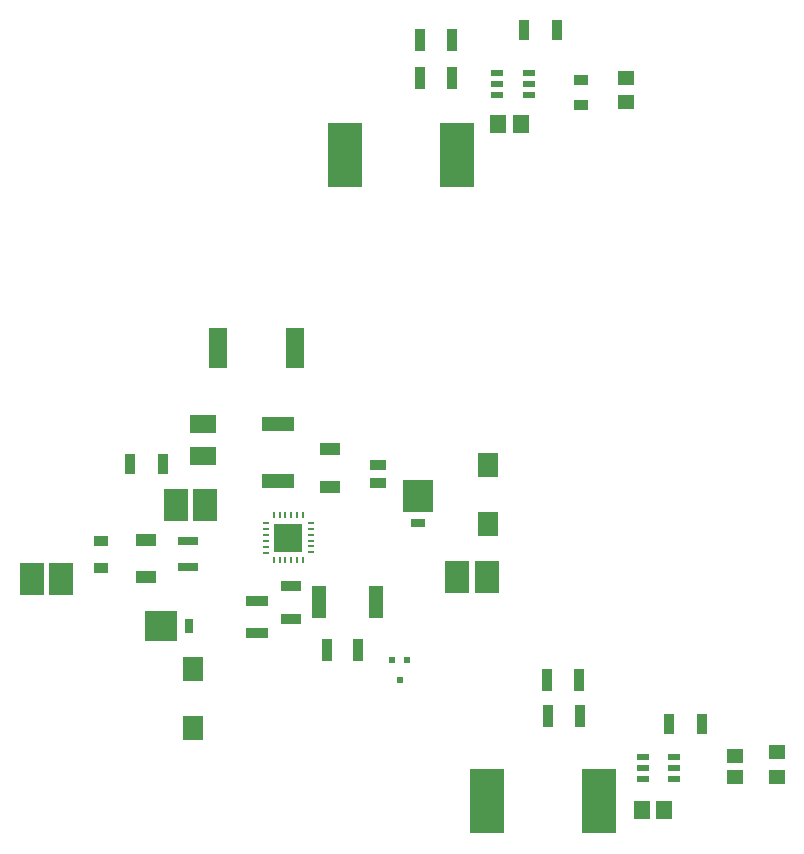
<source format=gtp>
G04*
G04 #@! TF.GenerationSoftware,Altium Limited,Altium Designer,22.10.1 (41)*
G04*
G04 Layer_Color=8421504*
%FSLAX24Y24*%
%MOIN*%
G70*
G04*
G04 #@! TF.SameCoordinates,F22EFE63-58D3-4984-8651-CE55CF2E9756*
G04*
G04*
G04 #@! TF.FilePolarity,Positive*
G04*
G01*
G75*
%ADD15R,0.0965X0.0965*%
%ADD16R,0.0236X0.0098*%
%ADD17R,0.0098X0.0236*%
%ADD18R,0.0669X0.0787*%
%ADD19R,0.1181X0.2165*%
%ADD20R,0.0374X0.0669*%
%ADD21R,0.0669X0.0374*%
%ADD22R,0.0354X0.0728*%
%ADD23R,0.0728X0.0354*%
%ADD24R,0.0512X0.1102*%
%ADD25R,0.0709X0.0295*%
%ADD26R,0.0828X0.1105*%
%ADD27R,0.0669X0.0394*%
%ADD28R,0.0610X0.1378*%
%ADD29R,0.1102X0.0512*%
%ADD30R,0.0866X0.0591*%
%ADD31R,0.0512X0.0354*%
%ADD32R,0.0354X0.0748*%
%ADD33R,0.0433X0.0236*%
%ADD34R,0.0554X0.0615*%
%ADD35R,0.0576X0.0494*%
%ADD36R,0.0536X0.0455*%
%ADD37R,0.0531X0.0374*%
%ADD38R,0.0500X0.0300*%
%ADD39R,0.1000X0.1051*%
%ADD40R,0.1051X0.1000*%
%ADD41R,0.0300X0.0500*%
%ADD42R,0.0236X0.0236*%
D15*
X33888Y27766D02*
D03*
D16*
X34636Y27478D02*
D03*
Y27675D02*
D03*
Y27872D02*
D03*
Y28069D02*
D03*
Y28266D02*
D03*
Y27281D02*
D03*
X33140Y27472D02*
D03*
Y27669D02*
D03*
Y27866D02*
D03*
Y28063D02*
D03*
Y28259D02*
D03*
Y27275D02*
D03*
D17*
X34181Y28514D02*
D03*
X33985D02*
D03*
X33788D02*
D03*
X33591D02*
D03*
X33394D02*
D03*
X34378D02*
D03*
X34181Y27018D02*
D03*
X33985D02*
D03*
X33788D02*
D03*
X33591D02*
D03*
X33394D02*
D03*
X34378D02*
D03*
D18*
X40532Y30197D02*
D03*
Y28228D02*
D03*
X30719Y23386D02*
D03*
Y21417D02*
D03*
D19*
X39518Y40522D02*
D03*
X35778D02*
D03*
X40502Y18986D02*
D03*
X44242D02*
D03*
D20*
X42851Y44689D02*
D03*
X41748D02*
D03*
X47677Y21575D02*
D03*
X46575D02*
D03*
X29715Y30226D02*
D03*
X28612D02*
D03*
D21*
X33976Y26152D02*
D03*
Y25049D02*
D03*
D22*
X35156Y24026D02*
D03*
X36220D02*
D03*
D23*
X32854Y24587D02*
D03*
Y25651D02*
D03*
D24*
X34911Y25620D02*
D03*
X36801D02*
D03*
D25*
X30531Y26791D02*
D03*
Y27657D02*
D03*
D26*
X40492Y26447D02*
D03*
X39508D02*
D03*
X31122Y28858D02*
D03*
X30138D02*
D03*
X25325Y26398D02*
D03*
X26309D02*
D03*
D27*
X35276Y29469D02*
D03*
Y30728D02*
D03*
X29144Y26447D02*
D03*
Y27707D02*
D03*
D28*
X31555Y34094D02*
D03*
X34094D02*
D03*
D29*
X33553Y31545D02*
D03*
Y29656D02*
D03*
D30*
X31024Y31555D02*
D03*
Y30492D02*
D03*
D31*
X27638Y27648D02*
D03*
Y26742D02*
D03*
X43632Y43022D02*
D03*
Y42195D02*
D03*
D32*
X42530Y21831D02*
D03*
X43593D02*
D03*
X42520Y23041D02*
D03*
X43583D02*
D03*
X39331Y44360D02*
D03*
X38268D02*
D03*
X39350Y43081D02*
D03*
X38287D02*
D03*
D33*
X45689Y20098D02*
D03*
Y19724D02*
D03*
X46752D02*
D03*
Y20094D02*
D03*
X45689Y20472D02*
D03*
X46752D02*
D03*
X40846Y42894D02*
D03*
X41909Y43268D02*
D03*
X40846D02*
D03*
X41909Y42890D02*
D03*
Y42520D02*
D03*
X40846D02*
D03*
D34*
X46419Y18701D02*
D03*
X45669D02*
D03*
X40885Y41555D02*
D03*
X41635D02*
D03*
D35*
X50167Y19803D02*
D03*
Y20610D02*
D03*
X45138Y42283D02*
D03*
Y43091D02*
D03*
D36*
X48780Y20483D02*
D03*
Y19793D02*
D03*
D37*
X36880Y30197D02*
D03*
Y29606D02*
D03*
D38*
X38209Y28248D02*
D03*
D39*
Y29173D02*
D03*
D40*
X29632Y24813D02*
D03*
D41*
X30557D02*
D03*
D42*
X37343Y23691D02*
D03*
X37854D02*
D03*
X37598Y23022D02*
D03*
M02*

</source>
